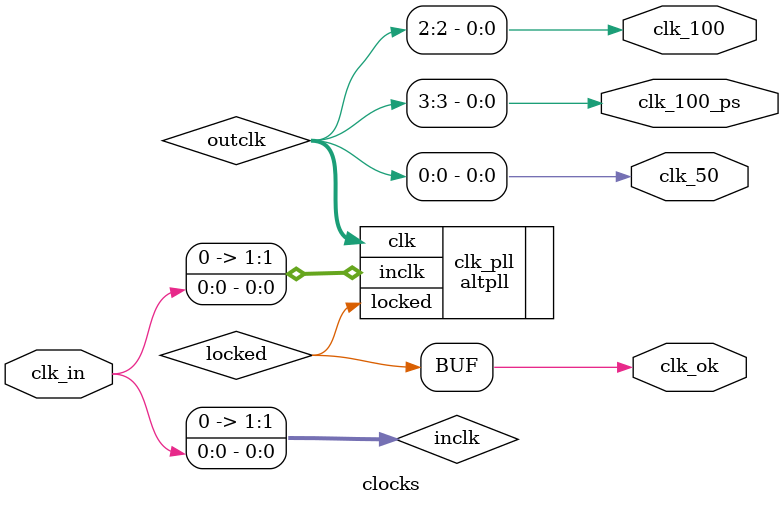
<source format=v>
/**
  Clock generator
  --
  Generate three clocks
  --
  Architecture: THM
  Technology dependency: Cyclone IV
  --
  Base: THM-Oberon
  --
  2023 Gray, gray@grayraven.org
  https://oberon-rts.org/licences
**/

`timescale 1ns / 1ps
`default_nettype none

module clocks (
  input clk_in,
  output clk_ok,
  output clk_100_ps,
  output clk_100,
  output clk_50
);

  wire [1:0] inclk = { 1'b0, clk_in };
  wire [5:0] outclk;
  wire locked;

  altpll #(
    .intended_device_family("Cyclone IV E"),
    .lpm_type("altpll"),
    .pll_type("auto"),
    .operation_mode("normal"),
    // 50 MHz input
    .inclk0_input_frequency(20000),	// cycle time in picosec
    // 100 MHz output, phase shifted
    .clk3_multiply_by(16),
    .clk3_divide_by(8),
    .clk3_duty_cycle(50),		// in %
    .clk3_phase_shift(7917),		// in picosec
    // 100 MHz output, in-phase
    .clk2_multiply_by(16),
    .clk2_divide_by(8),
    .clk2_duty_cycle(50),		// in %
    .clk2_phase_shift(0),		// in picosec
//    // 75 MHz output, in-phase
//    .clk1_multiply_by(12),
//    .clk1_divide_by(8),
//    .clk1_duty_cycle(50),		// in %
//    .clk1_phase_shift(0),		// in picosec
    // 50 MHz output, in-phase
    .clk0_multiply_by(8),
    .clk0_divide_by(8),
    .clk0_duty_cycle(50),		// in %
    .clk0_phase_shift(0)		// in picosec
  ) clk_pll (
    .inclk(inclk[1:0]),
    .clk(outclk[5:0]),
    .locked(locked)
  );

  assign clk_100_ps = outclk[3];
  assign clk_100 = outclk[2];
  assign clk_50 = outclk[0];
  assign clk_ok = locked;

endmodule

`resetall

</source>
